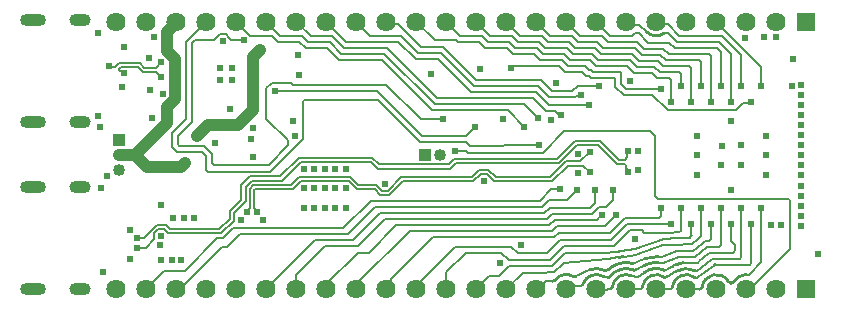
<source format=gbl>
G04*
G04 #@! TF.GenerationSoftware,Altium Limited,Altium Designer,25.8.1 (18)*
G04*
G04 Layer_Physical_Order=4*
G04 Layer_Color=16711680*
%FSLAX25Y25*%
%MOIN*%
G70*
G04*
G04 #@! TF.SameCoordinates,67B45281-70B3-422D-B4EF-D01C400089C5*
G04*
G04*
G04 #@! TF.FilePolarity,Positive*
G04*
G01*
G75*
%ADD11C,0.00600*%
G04:AMPARAMS|DCode=53|XSize=39.37mil|YSize=70.87mil|CornerRadius=19.68mil|HoleSize=0mil|Usage=FLASHONLY|Rotation=270.000|XOffset=0mil|YOffset=0mil|HoleType=Round|Shape=RoundedRectangle|*
%AMROUNDEDRECTD53*
21,1,0.03937,0.03150,0,0,270.0*
21,1,0.00000,0.07087,0,0,270.0*
1,1,0.03937,-0.01575,0.00000*
1,1,0.03937,-0.01575,0.00000*
1,1,0.03937,0.01575,0.00000*
1,1,0.03937,0.01575,0.00000*
%
%ADD53ROUNDEDRECTD53*%
G04:AMPARAMS|DCode=54|XSize=39.37mil|YSize=86.61mil|CornerRadius=19.68mil|HoleSize=0mil|Usage=FLASHONLY|Rotation=270.000|XOffset=0mil|YOffset=0mil|HoleType=Round|Shape=RoundedRectangle|*
%AMROUNDEDRECTD54*
21,1,0.03937,0.04724,0,0,270.0*
21,1,0.00000,0.08661,0,0,270.0*
1,1,0.03937,-0.02362,0.00000*
1,1,0.03937,-0.02362,0.00000*
1,1,0.03937,0.02362,0.00000*
1,1,0.03937,0.02362,0.00000*
%
%ADD54ROUNDEDRECTD54*%
%ADD58C,0.01000*%
%ADD59C,0.01000*%
%ADD66C,0.00603*%
%ADD67R,0.06400X0.06400*%
%ADD68C,0.06400*%
%ADD69C,0.04000*%
%ADD70R,0.04000X0.04000*%
%ADD71R,0.04000X0.04000*%
%ADD72C,0.02400*%
%ADD74C,0.04000*%
D11*
X214000Y36500D02*
X215000Y35500D01*
X214000Y36500D02*
Y56500D01*
X183818Y58000D02*
X212500D01*
X214000Y56500D01*
X215000Y35500D02*
X258414D01*
X259000Y34914D01*
Y18600D02*
Y34914D01*
X245900Y5500D02*
X259000Y18600D01*
X175286Y5500D02*
X177786Y8000D01*
X179936Y8000D01*
X174500Y5500D02*
X175286D01*
X202624Y18060D02*
X207268Y18760D01*
X207359Y18774D02*
X217105Y22155D01*
X197658Y17254D02*
X200589Y17700D01*
X201325Y17815D01*
X207268Y18760D02*
X207359Y18774D01*
X201325Y17815D02*
X201984Y17948D01*
X162085Y9767D02*
X165318Y13000D01*
X154500Y5500D02*
X158767Y9767D01*
X162085D01*
X154500Y5500D02*
X155214Y5383D01*
X155617D01*
X165318Y13000D02*
X179755D01*
X183970Y17215D01*
X249543Y14379D02*
Y32396D01*
X245641Y10476D02*
X249543Y14379D01*
X244500Y10200D02*
X245365Y10200D01*
X245641Y10476D01*
X244500Y5500D02*
X245900D01*
X226417Y20423D02*
X228282Y21932D01*
X220569Y20200D02*
X226264Y20299D01*
X226417Y20423D01*
X208308Y16894D02*
X216807Y19887D01*
X220569Y20200D01*
X203640Y16165D02*
X207697Y16774D01*
X208308Y16894D01*
X180583Y11000D02*
X183260Y13677D01*
X183517Y13934D01*
X198494Y15261D01*
X201914Y15883D01*
X175350Y10864D02*
X180583Y11000D01*
X170122Y10729D02*
X175350Y10864D01*
X164556Y5498D02*
X170122Y10729D01*
X217265Y22158D02*
X221031Y22222D01*
X217105Y22155D02*
X217265Y22158D01*
X225899Y22585D02*
X226192Y22878D01*
X225851Y22537D02*
X225899Y22585D01*
X183970Y17215D02*
X197658Y17254D01*
X183626Y19700D02*
X200382D01*
X203800Y23118D02*
Y23118D01*
X200382Y19700D02*
X203800Y23118D01*
Y23118D02*
X205638Y24957D01*
X209643D01*
X178926Y15000D02*
X183626Y19700D01*
X225211Y22293D02*
X225556Y22298D01*
X225851Y22537D01*
X226192Y22878D02*
Y23292D01*
X226118Y26957D02*
X226192Y23313D01*
X224071Y22273D02*
X225211Y22293D01*
X223828Y22269D02*
X224071Y22273D01*
X221031Y22222D02*
X223828Y22269D01*
X165318Y15000D02*
X178926D01*
X162918Y17400D02*
X165318Y15000D01*
X144500Y10900D02*
X151000Y17400D01*
X162918D01*
X144500Y5500D02*
Y10900D01*
X209643Y24957D02*
X210400Y24200D01*
X218905D01*
X218919Y24200D01*
X222186Y24248D01*
X222772Y24833D02*
Y32396D01*
X222186Y24248D02*
X222772Y24833D01*
X182053Y24200D02*
X199225D01*
X180536Y22683D02*
X182053Y24200D01*
X199225D02*
X203981Y28957D01*
X182382Y21700D02*
X199553D01*
X181300Y20618D02*
X182382Y21700D01*
X199553D02*
X204810Y26957D01*
X181300Y20618D02*
Y20618D01*
X177964Y17283D02*
X181300Y20618D01*
X168382Y17283D02*
X177964D01*
X134500Y6400D02*
X147551Y19451D01*
X166213D02*
X168382Y17283D01*
X147551Y19451D02*
X166213D01*
X139983Y22683D02*
X180536D01*
X125973Y8673D02*
X139983Y22683D01*
X134500Y5500D02*
Y6400D01*
X125973Y8435D02*
Y8673D01*
X124500Y5500D02*
Y6961D01*
X125973Y8435D01*
X197525Y26500D02*
X198696Y27672D01*
X181525Y26500D02*
X197525D01*
X132283Y24683D02*
X179707D01*
X114500Y6900D02*
X132283Y24683D01*
X198696Y27672D02*
Y27696D01*
X179707Y24683D02*
X181525Y26500D01*
X114500Y5500D02*
Y6900D01*
X127883Y26683D02*
X178879D01*
X180696Y28500D01*
X118700Y17500D02*
X127883Y26683D01*
X115100Y17500D02*
X118700D01*
X104500Y6900D02*
X115100Y17500D01*
X104500Y5500D02*
Y6900D01*
X75600Y23600D02*
X111700D01*
X120783Y32683D02*
X176394D01*
X111700Y23600D02*
X120783Y32683D01*
X124183Y28683D02*
X178050D01*
X104200Y19600D02*
X115100D01*
X124183Y28683D01*
X94500Y9900D02*
X104200Y19600D01*
X122411Y30683D02*
X177222D01*
X113328Y21600D02*
X122411Y30683D01*
X84500Y5500D02*
X100600Y21600D01*
X113328D01*
X94500Y5500D02*
Y9900D01*
X200000Y35082D02*
Y38500D01*
X197618Y32700D02*
X200000Y35082D01*
X195382Y32700D02*
X197618D01*
X179868Y30500D02*
X193182D01*
X178050Y28683D02*
X179868Y30500D01*
X193182D02*
X195382Y32700D01*
X177222Y30683D02*
X179040Y32500D01*
X69706Y19506D02*
X71506D01*
X75600Y23600D01*
X55700Y5500D02*
X69706Y19506D01*
X54500Y5500D02*
X55700D01*
X176394Y32683D02*
X178836Y35125D01*
X184625D01*
X110100Y25600D02*
X119300Y34800D01*
X175683D01*
X179583Y38700D01*
X57300Y11500D02*
X68199Y22399D01*
X50500Y11500D02*
X57300D01*
X68199Y22399D02*
X70163D01*
X73365Y25600D01*
X110100D01*
X177782Y64732D02*
X180789D01*
X182221Y63300D02*
X182600D01*
X180789Y64732D02*
X182221Y63300D01*
X173515Y69000D02*
X177782Y64732D01*
X170500Y67000D02*
X175000Y62500D01*
X176618Y50800D02*
X183818Y58000D01*
X249543Y73043D02*
Y79457D01*
X234500Y94500D02*
X249543Y79457D01*
X217149Y90618D02*
X217492Y90851D01*
X205736Y93264D02*
X208912D01*
X204500Y94500D02*
X205736Y93264D01*
X208912D02*
X211310Y91048D01*
X239504Y67604D02*
Y83839D01*
X218320Y90851D02*
X221372Y87800D01*
X217492Y90851D02*
X218320D01*
X235543Y87800D02*
X239504Y83839D01*
X221372Y87800D02*
X235543D01*
X173886Y83800D02*
X175900Y81786D01*
X166715Y83800D02*
X173886D01*
X164715Y85800D02*
X166715Y83800D01*
X157543Y85800D02*
X164715D01*
X155543Y87800D02*
X157543Y85800D01*
X148372Y87800D02*
X155543D01*
X147786Y88386D02*
X148372Y87800D01*
X140614Y88386D02*
X147786D01*
X134500Y94500D02*
X140614Y88386D01*
X175900Y81786D02*
X183072D01*
X185058Y79800D01*
X216000Y72000D02*
X216200Y72200D01*
X185058Y79800D02*
X190700D01*
X192000Y78500D01*
X202900Y73582D02*
Y77214D01*
X192758Y78500D02*
X193458Y77800D01*
X211500Y72000D02*
X211500Y72000D01*
X193458Y77800D02*
X202314D01*
X192000Y78500D02*
X192758D01*
X211500Y72000D02*
X216000D01*
X202314Y77800D02*
X202900Y77214D01*
Y73582D02*
X204482Y72000D01*
X211500D01*
X223990Y14200D02*
X228267D01*
X228748Y14561D02*
X231831Y16988D01*
X232343Y17500D01*
X239972Y17500D02*
X240265Y17793D01*
X232343Y17500D02*
X239972Y17500D01*
X228267Y14200D02*
X228748Y14561D01*
X240265Y17793D02*
X240850Y18379D01*
Y19967D01*
X239504Y21313D02*
X240850Y19967D01*
X239504Y21313D02*
Y26957D01*
X194754Y6296D02*
X194804D01*
X195991Y5500D01*
X196000D01*
X196703Y5028D01*
X197105D01*
X194754Y6296D02*
X194763Y6323D01*
X197105Y5028D02*
X199363Y5473D01*
X206703Y9652D02*
X207717Y9312D01*
X199363Y5473D02*
X199578Y5688D01*
X199580Y5691D02*
X199820Y5930D01*
X208473Y9312D02*
X210406Y10804D01*
X207717Y9312D02*
X208473Y9312D01*
X217779Y11592D02*
X219970Y12927D01*
X217498Y11592D02*
X217779Y11592D01*
X217288D02*
X217498Y11592D01*
X220452Y13221D02*
X220954Y13445D01*
X219975Y12931D02*
X220452Y13221D01*
X223484Y14140D02*
X223990Y14200D01*
X196121Y30000D02*
X196500D01*
X194621Y28500D02*
X196121Y30000D01*
X180696Y28500D02*
X194621D01*
X164061Y53500D02*
X175500D01*
X121672Y68500D02*
X135672Y54500D01*
X151000D01*
X163561Y53000D02*
X164061Y53500D01*
X151000Y54500D02*
X152500Y53000D01*
X163561D01*
X96700Y67914D02*
X97286Y68500D01*
X121672D01*
X96700Y55382D02*
Y67914D01*
X57700Y87700D02*
X58000Y88000D01*
X59000Y89000D02*
X64500Y94500D01*
X58000Y88000D02*
X59000Y89000D01*
X65008Y44500D02*
X78440D01*
X78445Y44504D02*
X85823D01*
X64422Y45086D02*
X65008Y44500D01*
X64422Y45086D02*
Y49674D01*
X78440Y44500D02*
X78445Y44504D01*
X85823D02*
X96700Y55382D01*
X60510Y51000D02*
X60510Y51000D01*
X63096D01*
X58853D02*
X58853Y51000D01*
X63096Y51000D02*
X64422Y49674D01*
X58853Y51000D02*
X60510D01*
X53000Y52715D02*
X54715Y51000D01*
X57700Y62008D02*
Y87700D01*
X54715Y51000D02*
X58853D01*
X53000Y52715D02*
Y57308D01*
X57700Y62008D01*
X216804Y79696D02*
X225514D01*
X208844Y81500D02*
X215000D01*
X206544Y83800D02*
X208844Y81500D01*
X215000D02*
X216804Y79696D01*
X225514D02*
X226100Y79110D01*
Y67622D02*
Y79110D01*
X193943Y85800D02*
X195943Y83800D01*
X187543Y85800D02*
X193943D01*
X195943Y83800D02*
X206544D01*
X164500Y94500D02*
X169200Y89800D01*
X176372D01*
X178386Y87786D01*
X185557D01*
X187543Y85800D01*
X226100Y67622D02*
X226118Y67604D01*
X228282Y21932D02*
X228360Y22002D01*
X229465Y23107D02*
Y32396D01*
X228360Y22002D02*
X229465Y23107D01*
X204810Y26957D02*
X219425D01*
X184625Y35125D02*
X188000Y38500D01*
X208651Y90697D02*
X211848Y87500D01*
X236157Y73043D02*
Y84357D01*
X220643Y85700D02*
X234815D01*
X211848Y87500D02*
X218843D01*
X220643Y85700D01*
X234815D02*
X236157Y84357D01*
X199200Y89800D02*
X206447D01*
X194500Y94500D02*
X199200Y89800D01*
X206447D02*
X207344Y90697D01*
X208651D01*
X141515Y69000D02*
X173515D01*
X124715Y85800D02*
X141515Y69000D01*
X110371Y85800D02*
X124715D01*
X106436Y89736D02*
X110371Y85800D01*
X99264Y89736D02*
X106436D01*
X94500Y94500D02*
X99264Y89736D01*
X224500Y5500D02*
X228850Y5363D01*
X228865Y5363D01*
X228866D02*
X229280Y5363D01*
X229573Y5656D01*
X229575Y5658D02*
X229817Y5900D01*
X198696Y27696D02*
X201000Y30000D01*
X151872Y50800D02*
X176618D01*
X151172Y51500D02*
X151872Y50800D01*
X147500Y51500D02*
X151172D01*
X245929Y67336D02*
X246197Y67604D01*
X243550Y67336D02*
X245929D01*
X241118Y64904D02*
X243550Y67336D01*
X166379Y79000D02*
X167165Y79786D01*
X166000Y79000D02*
X166379D01*
X167165Y79786D02*
X182244D01*
X184230Y77800D01*
X218307Y64904D02*
X241118D01*
X213211Y70000D02*
X218307Y64904D01*
X184230Y77800D02*
X189872D01*
X191172Y76500D02*
X191929D01*
X209500Y70000D02*
X213211D01*
X189872Y77800D02*
X191172Y76500D01*
X191929D02*
X192630Y75800D01*
X209500Y70000D02*
X209500Y70000D01*
X203653Y70000D02*
X209500D01*
X200900Y72753D02*
Y75214D01*
X200314Y75800D02*
X200900Y75214D01*
X192630Y75800D02*
X200314D01*
X200900Y72753D02*
X203653Y70000D01*
X175543Y87800D02*
X177557Y85786D01*
X168371Y87800D02*
X175543D01*
X166372Y89800D02*
X168371Y87800D01*
X159200Y89800D02*
X166372D01*
X154500Y94500D02*
X159200Y89800D01*
X177557Y85786D02*
X184729D01*
X186715Y83800D01*
X193115D02*
X195115Y81800D01*
X186715Y83800D02*
X193115D01*
X195115Y81800D02*
X205715D01*
X208015Y79500D01*
X213800D01*
X222772Y73043D02*
Y77110D01*
X222186Y77696D02*
X222772Y77110D01*
X213800Y79500D02*
X215604Y77696D01*
X222186D01*
X128323Y93677D02*
X136000Y86000D01*
X154500Y75000D02*
X176000D01*
X136000Y86000D02*
X143500D01*
X154500Y75000D01*
X125323Y93677D02*
X128323D01*
X124500Y94500D02*
X125323Y93677D01*
X176000Y75000D02*
X179700Y71300D01*
X186561D01*
X188261Y73000D01*
X195500D01*
X191792Y11648D02*
X192252Y11812D01*
X206880Y13903D02*
X207113Y13903D01*
X207322Y14006D01*
X187084Y9426D02*
X187368Y9426D01*
X187838Y9543D02*
X191347Y11411D01*
X191356Y11416D02*
X191792Y11648D01*
X206752Y13903D02*
X206880Y13903D01*
X187368Y9426D02*
X187618Y9426D01*
X187838Y9543D01*
X216077Y16127D02*
X216448D01*
X207322Y14006D02*
X209307Y14983D01*
X210759Y15525D01*
X215115Y16182D02*
X216077Y16127D01*
X218728Y17001D02*
X221397Y18200D01*
X216448Y16127D02*
X218728Y17001D01*
X229663Y20477D02*
X230806Y21500D01*
X232225Y21500D01*
X221397Y18200D02*
X226496D01*
X226851Y18200D01*
X232811Y22086D02*
Y26957D01*
X226851Y18200D02*
X229663Y20477D01*
X232225Y21500D02*
X232811Y22086D01*
X194000Y34147D02*
Y38500D01*
X192353Y32500D02*
X194000Y34147D01*
X179040Y32500D02*
X192353D01*
X232811Y67604D02*
Y83110D01*
X232225Y83696D02*
X232811Y83110D01*
X218704Y83696D02*
X232225D01*
X216900Y85500D02*
X218704Y83696D01*
X184500Y94500D02*
X189200Y89800D01*
X196372D01*
X198372Y87800D02*
X208201D01*
X210501Y85500D02*
X216900D01*
X196372Y89800D02*
X198372Y87800D01*
X208201D02*
X210501Y85500D01*
X140686Y67000D02*
X170500D01*
X123886Y83800D02*
X140686Y67000D01*
X109543Y83800D02*
X123886D01*
X105607Y87736D02*
X109543Y83800D01*
X98436Y87736D02*
X105607D01*
X96372Y89800D02*
X98436Y87736D01*
X89200Y89800D02*
X96372D01*
X84500Y94500D02*
X89200Y89800D01*
X242850Y73043D02*
Y83321D01*
X236513Y89659D02*
X242850Y83321D01*
X236372Y89800D02*
X236513Y89659D01*
X214500Y94500D02*
X215323Y93677D01*
X222200Y89800D02*
X236372D01*
X215323Y93677D02*
X218323D01*
X222200Y89800D01*
X189232Y69732D02*
X189500Y70000D01*
X187821Y69732D02*
X189232D01*
X187389Y69300D02*
X187821Y69732D01*
X178872Y69300D02*
X187389D01*
X175172Y73000D02*
X178872Y69300D01*
X114500Y94500D02*
X119200Y89800D01*
X153672Y73000D02*
X175172D01*
X135172Y84000D02*
X142672D01*
X119200Y89800D02*
X129372D01*
X142672Y84000D02*
X153672Y73000D01*
X129372Y89800D02*
X135172Y84000D01*
X246197Y14086D02*
Y26957D01*
X245611Y13500D02*
X246197Y14086D01*
X227833Y9124D02*
X228166Y9124D01*
X228432Y9324D01*
X214500Y5500D02*
X219303D01*
X219596Y5793D02*
X219830Y6027D01*
X227492Y9124D02*
X227833Y9124D01*
X219303Y5500D02*
X219596Y5793D01*
X228432Y9324D02*
X233998Y13499D01*
X234000Y13500D02*
X245611D01*
X189854Y6750D02*
X190018Y6915D01*
X184500Y5500D02*
X185458Y6458D01*
X189561D02*
X189854Y6750D01*
X207154Y11652D02*
X207354D01*
X222226Y16200D02*
X222640D01*
X227559Y16200D01*
X207832Y11774D02*
X209489Y12677D01*
X215014Y14185D02*
X216710Y14087D01*
X216714Y14087D02*
X222226Y16200D01*
X209489Y12677D02*
X210332Y13137D01*
X216714Y14087D02*
X216714Y14087D01*
X185458Y6458D02*
X189561D01*
X198486Y9298D02*
X198983Y9302D01*
X197007Y9476D02*
X198486Y9298D01*
X227559Y16200D02*
X231360Y19277D01*
X231635Y19500D01*
X235572D02*
X236157Y20086D01*
X231635Y19500D02*
X235572D01*
X236157Y20086D02*
Y32396D01*
X219425Y67604D02*
Y75110D01*
X218839Y75696D02*
X219425Y75110D01*
X214776Y75696D02*
X218839D01*
X212972Y77500D02*
X214776Y75696D01*
X194286Y79800D02*
X204887D01*
X192286Y81800D02*
X194286Y79800D01*
X185886Y81800D02*
X192286D01*
X183900Y83786D02*
X185886Y81800D01*
X176729Y83786D02*
X183900D01*
X174715Y85800D02*
X176729Y83786D01*
X167543Y85800D02*
X174715D01*
X165543Y87800D02*
X167543Y85800D01*
X158371Y87800D02*
X165543D01*
X156371Y89800D02*
X158371Y87800D01*
X149200Y89800D02*
X156371D01*
X144500Y94500D02*
X149200Y89800D01*
X204887Y79800D02*
X207187Y77500D01*
X212972D01*
X74500Y94500D02*
X79200Y89800D01*
X86371D01*
X88372Y87800D01*
X95543D01*
X97607Y85736D01*
X104779D01*
X108715Y81800D01*
X123058D01*
X139858Y65000D01*
X165000D01*
X170500Y59500D01*
X217704Y81696D02*
X228879D01*
X215900Y83500D02*
X217704Y81696D01*
X228879D02*
X229465Y81110D01*
Y73043D02*
Y81110D01*
X209672Y83500D02*
X215900D01*
X207372Y85800D02*
X209672Y83500D01*
X196772Y85800D02*
X207372D01*
X179214Y89786D02*
X186386D01*
X188372Y87800D01*
X174500Y94500D02*
X179214Y89786D01*
X188372Y87800D02*
X194772D01*
X196772Y85800D01*
X178611Y66732D02*
X192232D01*
X174343Y71000D02*
X178611Y66732D01*
X104500Y94500D02*
X111200Y87800D01*
X141843Y82000D02*
X152843Y71000D01*
X128543Y87800D02*
X134343Y82000D01*
X152843Y71000D02*
X174343D01*
X134343Y82000D02*
X141843D01*
X111200Y87800D02*
X128543D01*
X242850Y16086D02*
Y32396D01*
X242265Y15500D02*
X242850Y16086D01*
X209303Y5500D02*
X209595Y5793D01*
X204500Y5500D02*
X209303D01*
X209595Y5793D02*
X209830Y6027D01*
X227682Y11512D02*
X228016Y11512D01*
X233171Y15500D02*
X242265D01*
X218097Y9444D02*
X221013Y11221D01*
X217518Y9103D02*
X218084Y9436D01*
X227458Y11512D02*
X227682Y11512D01*
X228016Y11512D02*
X232685Y15013D01*
X233171Y15500D01*
X216079Y29542D02*
Y32396D01*
X215493Y28957D02*
X216079Y29542D01*
X203981Y28957D02*
X215493D01*
X44500Y5500D02*
X50500Y11500D01*
X179583Y38700D02*
X182400D01*
X136000Y62000D02*
X143500D01*
X124500Y73500D02*
X136000Y62000D01*
X59682Y53000D02*
X59682Y53000D01*
X55000Y53586D02*
Y56479D01*
X55586Y53000D02*
X59682D01*
X55000Y53586D02*
X55586Y53000D01*
X72253Y89000D02*
X72753Y88500D01*
X70953Y90300D02*
X72253Y89000D01*
X69047Y90300D02*
X70953D01*
X59700Y65256D02*
Y87437D01*
X67747Y89000D02*
X69047Y90300D01*
X67247Y88500D02*
X67747Y89000D01*
X59700Y61179D02*
Y65256D01*
X72753Y88500D02*
X77000D01*
X59700Y87437D02*
X60763Y88500D01*
X67247D01*
X55000Y56479D02*
X59700Y61179D01*
X67086Y46800D02*
X85290D01*
X66500Y47386D02*
Y50424D01*
Y47386D02*
X67086Y46800D01*
X84500Y72318D02*
X86000Y73818D01*
X84500Y65256D02*
Y72318D01*
X86000Y73818D02*
X86382Y74200D01*
X84500Y62182D02*
X91745Y54937D01*
X84500Y62182D02*
Y65256D01*
X92800Y74200D02*
X93500Y73500D01*
X86382Y74200D02*
X92800D01*
X91745Y53255D02*
Y54937D01*
X85290Y46800D02*
X91745Y53255D01*
X63924Y53000D02*
X66500Y50424D01*
X59682Y53000D02*
X63924D01*
X59682Y53000D02*
Y53000D01*
X93500Y73500D02*
X124500D01*
X151000Y56500D02*
X154000Y59500D01*
X136500Y56500D02*
X151000D01*
X121500Y71500D02*
X136500Y56500D01*
X87500Y71500D02*
X121500D01*
D53*
X22521Y95008D02*
D03*
Y60992D02*
D03*
Y39508D02*
D03*
Y5492D02*
D03*
D54*
X6772Y95008D02*
D03*
Y60992D02*
D03*
Y39508D02*
D03*
Y5492D02*
D03*
D58*
X180568Y8188D02*
G03*
X180804Y8403I-548J837D01*
G01*
X180806Y8406D02*
G03*
X180804Y8403I3694J-2906D01*
G01*
X187084Y9426D02*
G03*
X180806Y8406I-2584J-3926D01*
G01*
X179936Y8000D02*
G03*
X180568Y8188I0J1158D01*
G01*
X202624Y18060D02*
G03*
X201984Y17948I1876J-12561D01*
G01*
X244500Y10200D02*
G03*
X240375Y7753I0J-4700D01*
G01*
X203640Y16165D02*
G03*
X201914Y15883I860J-10665D01*
G01*
X226192Y23292D02*
G03*
X226192Y23313I-1000J0D01*
G01*
X211325Y91035D02*
G03*
X217149Y90618I3175J3465D01*
G01*
X211310Y91048D02*
G03*
X211325Y91035I3190J3452D01*
G01*
X206703Y9652D02*
G03*
X199820Y5930I-2203J-4152D01*
G01*
X199578Y5688D02*
G03*
X199580Y5691I-707J707D01*
G01*
X219975Y12931D02*
G03*
X219970Y12927I4525J-7431D01*
G01*
X223484Y14140D02*
G03*
X220954Y13445I1016J-8640D01*
G01*
X217288Y11592D02*
G03*
X210406Y10804I-2788J-6092D01*
G01*
X228865Y5363D02*
X228866D01*
X229573Y5656D02*
G03*
X229575Y5658I-707J707D01*
G01*
X238625Y7753D02*
G03*
X229817Y5900I-4125J-2253D01*
G01*
X238625Y7753D02*
G03*
X240375Y7753I875J484D01*
G01*
X197343Y11567D02*
G03*
X192252Y11812I-2843J-6067D01*
G01*
X197343Y11567D02*
G03*
X198451Y11752I417J909D01*
G01*
X206752Y13903D02*
G03*
X198451Y11752I-2252J-8403D01*
G01*
X191356Y11416D02*
G03*
X191347Y11411I3145J-5916D01*
G01*
X215115Y16182D02*
G03*
X210759Y15525I-615J-10682D01*
G01*
X233998Y13499D02*
G03*
X234000Y13500I-600J800D01*
G01*
X227492Y9124D02*
G03*
X219830Y6027I-2992J-3624D01*
G01*
X197007Y9476D02*
G03*
X190018Y6915I-2507J-3976D01*
G01*
X198353Y9306D02*
G03*
X198486Y9298I125J992D01*
G01*
X207154Y11652D02*
G03*
X198983Y9302I-2654J-6152D01*
G01*
X207354Y11652D02*
G03*
X207832Y11774I0J1000D01*
G01*
X216710Y14087D02*
G03*
X216714Y14087I57J998D01*
G01*
X215014Y14185D02*
G03*
X210332Y13137I-514J-8685D01*
G01*
X217518Y9103D02*
G03*
X209830Y6027I-3018J-3603D01*
G01*
X218084Y9436D02*
G03*
X218097Y9444I-507J862D01*
G01*
X227458Y11512D02*
G03*
X221013Y11221I-2958J-6012D01*
G01*
D59*
X225899Y22585D02*
D03*
X217498Y11592D02*
D03*
X220452Y13221D02*
D03*
X187838Y9543D02*
D03*
X206880Y13903D02*
D03*
X207322Y14006D02*
D03*
X187368Y9426D02*
D03*
X227833Y9124D02*
D03*
X219596Y5793D02*
D03*
X228432Y9324D02*
D03*
X189854Y6750D02*
D03*
X209595Y5793D02*
D03*
X227682Y11512D02*
D03*
D66*
X114658Y38597D02*
X120664D01*
X92761Y40000D02*
X95465Y42704D01*
X112534D02*
X115239Y40000D01*
X130036Y41297D02*
X153542D01*
X120664Y38597D02*
X122466Y36795D01*
X115239Y40000D02*
X121245D01*
X125534Y36795D02*
X130036Y41297D01*
X152961Y42700D02*
X155466Y45204D01*
X153542Y41297D02*
X156047Y43802D01*
X124953Y38199D02*
X129455Y42700D01*
X111953Y41302D02*
X114658Y38597D01*
X93342D02*
X96047Y41302D01*
X111953D01*
X121245Y40000D02*
X123047Y38199D01*
X129455Y42700D02*
X152961D01*
X95465Y42704D02*
X112534D01*
X123047Y38199D02*
X124953D01*
X122466Y36795D02*
X125534D01*
X156047Y43802D02*
X157953D01*
X155466Y45204D02*
X158534D01*
X161039Y42700D01*
X179797Y41297D02*
X185000Y46500D01*
X160458Y41297D02*
X179797D01*
X179216Y42700D02*
X184419Y47903D01*
X161039Y42700D02*
X179216D01*
X157953Y43802D02*
X160458Y41297D01*
X78100Y31000D02*
Y31353D01*
X78999Y32252D02*
Y38825D01*
X78100Y31353D02*
X78999Y32252D01*
X81300Y31000D02*
Y31353D01*
X80401Y32252D02*
X81300Y31353D01*
X80401Y32252D02*
Y38244D01*
X80755Y38597D01*
X78999Y38825D02*
X80174Y40000D01*
X80755Y38597D02*
X93342D01*
X80174Y40000D02*
X92761D01*
X184419Y47903D02*
X189203D01*
X192400Y51100D01*
X190200Y46500D02*
X192400Y44300D01*
X185000Y46500D02*
X190200D01*
X79689Y41500D02*
X89745D01*
X79108Y42903D02*
X89164D01*
X89745Y41500D02*
X96047Y47802D01*
X89164Y42903D02*
X95465Y49204D01*
X77596Y39406D02*
X79689Y41500D01*
X76192Y39987D02*
X79108Y42903D01*
X35937Y79241D02*
X41841D01*
X35564Y78869D02*
X35937Y79241D01*
X35564Y78369D02*
Y78869D01*
Y78369D02*
X36933Y77000D01*
X41841Y79241D02*
X43284Y77798D01*
X47701D01*
X49500Y76000D01*
X35356Y80644D02*
X42422D01*
X32344Y79436D02*
X34147D01*
X35356Y80644D01*
X43865Y79202D02*
X47701D01*
X32000Y79779D02*
X32344Y79436D01*
X42422Y80644D02*
X43865Y79202D01*
X47701D02*
X49500Y81000D01*
X205000Y44500D02*
Y44986D01*
X204333Y45654D02*
Y46636D01*
Y45654D02*
X205000Y44986D01*
X201941Y48465D02*
X204016D01*
X203906Y47062D02*
X204333Y46636D01*
X204016Y48465D02*
X204851Y49301D01*
Y51051D02*
X205100Y51300D01*
X204851Y49301D02*
Y51051D01*
X201360Y47062D02*
X203906D01*
X195020Y53401D02*
X201360Y47062D01*
X195601Y54804D02*
X201941Y48465D01*
X41564Y22334D02*
X43595D01*
X41500Y22399D02*
X41564Y22334D01*
X43595D02*
X47966Y26704D01*
X44350Y19198D02*
X47199Y22047D01*
X48547Y25302D02*
X50453D01*
X47199Y23953D02*
X48547Y25302D01*
X47199Y22047D02*
Y23953D01*
X41500Y19198D02*
X44350D01*
X69500Y24000D02*
X73699Y28199D01*
X51034Y26704D02*
X52336Y25403D01*
X50453Y25302D02*
X51755Y24000D01*
X52336Y25403D02*
X68919D01*
X51755Y24000D02*
X69500D01*
X68919Y25403D02*
X72295Y28780D01*
X47966Y26704D02*
X51034D01*
X72295Y28780D02*
Y31234D01*
X77596Y34550D02*
Y39406D01*
X73699Y28199D02*
Y30653D01*
X76192Y35131D02*
Y39987D01*
X73699Y30653D02*
X77596Y34550D01*
X72295Y31234D02*
X76192Y35131D01*
X96047Y47802D02*
X119334D01*
X121640Y45496D01*
X145848D01*
X147751Y47398D01*
X187933Y53401D02*
X195020D01*
X181930Y47398D02*
X187933Y53401D01*
X147751Y47398D02*
X181930D01*
X95465Y49204D02*
X119915D01*
X122221Y46898D01*
X145267D01*
X147170Y48801D01*
X181349D01*
X187352Y54804D02*
X195601D01*
X181349Y48801D02*
X187352Y54804D01*
D67*
X264500Y94500D02*
D03*
Y5500D02*
D03*
D68*
X254500D02*
D03*
X44500Y94500D02*
D03*
X34500Y5500D02*
D03*
X64500D02*
D03*
X74500D02*
D03*
X234500Y94500D02*
D03*
X204500D02*
D03*
X134500D02*
D03*
X194500Y5500D02*
D03*
X104500D02*
D03*
X64500Y94500D02*
D03*
X164500D02*
D03*
Y5500D02*
D03*
X134500D02*
D03*
X54500D02*
D03*
X194500Y94500D02*
D03*
X94500D02*
D03*
X224500Y5500D02*
D03*
X114500D02*
D03*
X244500D02*
D03*
X224500Y94500D02*
D03*
X154500D02*
D03*
X124500D02*
D03*
X174500Y5500D02*
D03*
X84500D02*
D03*
X254500Y94500D02*
D03*
X184500D02*
D03*
X84500D02*
D03*
X234500Y5500D02*
D03*
X144500D02*
D03*
X214500Y94500D02*
D03*
X114500D02*
D03*
X214500Y5500D02*
D03*
X184500D02*
D03*
X144500Y94500D02*
D03*
X74500D02*
D03*
X154500Y5500D02*
D03*
X94500D02*
D03*
X174500Y94500D02*
D03*
X104500D02*
D03*
X204500Y5500D02*
D03*
X124500D02*
D03*
X44500D02*
D03*
X54500Y94500D02*
D03*
X244500D02*
D03*
X34500D02*
D03*
D69*
X142500Y50000D02*
D03*
X35500Y45000D02*
D03*
Y50000D02*
D03*
D70*
X137500D02*
D03*
D71*
X35500Y55000D02*
D03*
D72*
X242800Y46800D02*
D03*
X207400Y22200D02*
D03*
X162400Y13900D02*
D03*
X182600Y63300D02*
D03*
X175000Y62500D02*
D03*
X179400Y61800D02*
D03*
X49000Y20000D02*
D03*
X49500Y23000D02*
D03*
X95000Y83500D02*
D03*
X76000Y28500D02*
D03*
X83500D02*
D03*
X244000Y88900D02*
D03*
X260000Y82000D02*
D03*
X262641Y73323D02*
D03*
X259685Y73137D02*
D03*
X262641Y66630D02*
D03*
Y69976D02*
D03*
Y63283D02*
D03*
Y56590D02*
D03*
Y59937D02*
D03*
Y53244D02*
D03*
X155650Y78758D02*
D03*
X139500Y77000D02*
D03*
X239504Y61500D02*
D03*
X251004Y56496D02*
D03*
X242800Y53300D02*
D03*
X236300Y53200D02*
D03*
X205600Y74700D02*
D03*
X228004Y56496D02*
D03*
X208400Y51500D02*
D03*
X163500Y62000D02*
D03*
X262641Y46551D02*
D03*
Y49898D02*
D03*
Y43205D02*
D03*
Y29819D02*
D03*
Y36512D02*
D03*
Y39858D02*
D03*
Y33165D02*
D03*
X268500Y17000D02*
D03*
X262641Y26472D02*
D03*
X256134Y26863D02*
D03*
X252787D02*
D03*
X251004Y50000D02*
D03*
X236200Y46800D02*
D03*
X251004Y43504D02*
D03*
X228004Y50000D02*
D03*
X188500Y50500D02*
D03*
X111000Y45500D02*
D03*
X208400Y45100D02*
D03*
X228004Y43504D02*
D03*
X188500Y44000D02*
D03*
X157000Y41500D02*
D03*
X239504Y38500D02*
D03*
X169500Y19983D02*
D03*
X124000Y40500D02*
D03*
X111000Y39000D02*
D03*
Y32500D02*
D03*
X95328Y76672D02*
D03*
X73000Y75000D02*
D03*
Y79000D02*
D03*
X70000Y88000D02*
D03*
X69000Y79000D02*
D03*
Y75000D02*
D03*
X93500Y61500D02*
D03*
X94000Y56500D02*
D03*
X80000Y59000D02*
D03*
X72500Y65500D02*
D03*
X47000Y89500D02*
D03*
X45500Y82500D02*
D03*
X37000Y86000D02*
D03*
X28451Y90549D02*
D03*
X45828Y71672D02*
D03*
X50000Y70500D02*
D03*
X36500Y72720D02*
D03*
X46268Y62500D02*
D03*
X28500Y63000D02*
D03*
X29000Y59500D02*
D03*
X107500Y45500D02*
D03*
X104000D02*
D03*
X100500Y39000D02*
D03*
Y45500D02*
D03*
X97000D02*
D03*
Y39000D02*
D03*
X107500D02*
D03*
X104000D02*
D03*
Y32500D02*
D03*
X97000D02*
D03*
X100500D02*
D03*
X79500Y55500D02*
D03*
X67500Y54000D02*
D03*
X107500Y32500D02*
D03*
X60500Y29000D02*
D03*
X57000D02*
D03*
X53500D02*
D03*
X49500Y33500D02*
D03*
X39000Y25000D02*
D03*
X31500Y43000D02*
D03*
X29500Y39000D02*
D03*
X39000Y15500D02*
D03*
X30216Y11079D02*
D03*
X78100Y31000D02*
D03*
X81300D02*
D03*
X192400Y51100D02*
D03*
Y44300D02*
D03*
X249543Y73043D02*
D03*
X239504Y67604D02*
D03*
X216200Y72200D02*
D03*
X239504Y26957D02*
D03*
X196500Y30000D02*
D03*
X175500Y53500D02*
D03*
X226118Y67604D02*
D03*
X229465Y32396D02*
D03*
X219425Y26957D02*
D03*
X188000Y38500D02*
D03*
X236157Y73043D02*
D03*
X249543Y32396D02*
D03*
X201000Y30000D02*
D03*
X147500Y51500D02*
D03*
X246197Y67604D02*
D03*
X166000Y79000D02*
D03*
X222772Y73043D02*
D03*
X195500Y73000D02*
D03*
X232811Y26957D02*
D03*
X194000Y38500D02*
D03*
X80000Y49500D02*
D03*
X250500Y89500D02*
D03*
X254500D02*
D03*
X181000Y74000D02*
D03*
X232811Y67604D02*
D03*
X222772Y32396D02*
D03*
X242850Y73043D02*
D03*
X189500Y70000D02*
D03*
X246197Y26957D02*
D03*
X236157Y32396D02*
D03*
X219425Y67604D02*
D03*
X170500Y59500D02*
D03*
X226118Y26957D02*
D03*
X200000Y38500D02*
D03*
X229465Y73043D02*
D03*
X192232Y66732D02*
D03*
X242850Y32396D02*
D03*
X216079D02*
D03*
X182400Y38700D02*
D03*
X205000Y44500D02*
D03*
X205100Y51300D02*
D03*
X143500Y62000D02*
D03*
X56000Y15000D02*
D03*
X53000D02*
D03*
X49500D02*
D03*
X82500Y85000D02*
D03*
X62000Y56000D02*
D03*
X57500Y47500D02*
D03*
X77000Y88500D02*
D03*
X154000Y59500D02*
D03*
X87500Y71500D02*
D03*
X36933Y77220D02*
D03*
X49500Y76000D02*
D03*
Y81000D02*
D03*
X32000Y79779D02*
D03*
X41500Y22399D02*
D03*
Y19198D02*
D03*
D74*
X61500Y56500D02*
X65000Y60000D01*
X82443Y85000D02*
X82500D01*
X80100Y65040D02*
Y82657D01*
X82443Y85000D01*
X75060Y60000D02*
X80100Y65040D01*
X65000Y60000D02*
X75060D01*
X56000Y46000D02*
X57500Y47500D01*
X44743Y46000D02*
X56000D01*
X40743Y50000D02*
X44743Y46000D01*
X35500Y50000D02*
X40743D01*
X51500Y60757D01*
Y66060D01*
X54200Y68760D01*
Y81957D01*
X51500Y84657D02*
X54200Y81957D01*
X54500Y93957D02*
Y94500D01*
X51500Y84657D02*
Y90957D01*
X54500Y93957D01*
M02*

</source>
